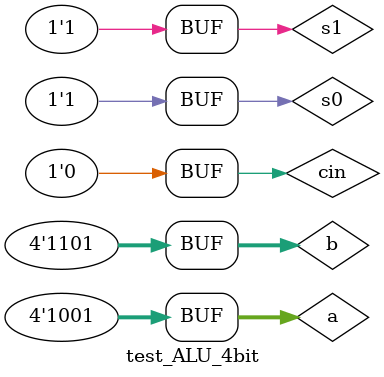
<source format=v>
module Full_adder_1bit (sum,cout,cin,x,y);

input x,y,cin;
output sum,cout;

wire w1,w2,w3;

xor (sum,x,y,cin);

and (w1,x,cin);
and (w2,y,cin);
and (w3,x,y);

or (cout,w1,w2,w3);

endmodule

module Full_adder_4bit (cin,x,y,sum,cout);

input cin;
input [3:0] x,y;
output cout;
output [3:0] sum;

Full_adder_1bit m0(.sum(sum[0]),.cout(w1),.cin(cin),.x(x[0]),.y(y[0]));
Full_adder_1bit m1(.sum(sum[1]),.cout(w2),.cin(w1),.x(x[1]),.y(y[1]));
Full_adder_1bit m2(.sum(sum[2]),.cout(w3),.cin(w2),.x(x[2]),.y(y[2]));
Full_adder_1bit m3(.sum(sum[3]),.cout(cout),.cin(w3),.x(x[3]),.y(y[3]));


endmodule

module mux_4x1 (i0,i1,i2,i3,s0,s1,out);

input i0,i1,i2,i3,s0,s1;
output out;

wire ns0,ns1,wi0,wi1,wi2,wi3;

not(ns0,s0);
not(ns1,s1);

and(wi0,i0,ns0,ns1);

and(wi1,i1,s0,ns1);

and(wi2,i2,ns0,s1);

and(wi3,i3,s0,s1);

or (out,wi0,wi1,wi2,wi3);

endmodule

module mux_4x1_4bit (i0,i1,i2,i3,s0,s1,out);

input [3:0] i0,i1,i2,i3;
input s0,s1;

output [3:0] out;

mux_4x1 m0(.i0(i0[0]),.i1(i1[0]),.i2(i2[0]),.i3(i3[0]),.s0(s0),.s1(s1),.out(out[0]));
mux_4x1 m1(.i0(i0[1]),.i1(i1[1]),.i2(i2[1]),.i3(i3[1]),.s0(s0),.s1(s1),.out(out[1]));
mux_4x1 m2(.i0(i0[2]),.i1(i1[2]),.i2(i2[2]),.i3(i3[2]),.s0(s0),.s1(s1),.out(out[2]));
mux_4x1 m3(.i0(i0[3]),.i1(i1[3]),.i2(i2[3]),.i3(i3[3]),.s0(s0),.s1(s1),.out(out[3]));

endmodule

module ALU (a, b, cin, s0, s1, out, cout);

input  [3:0] a,b;
input  s0, s1,cin;
output [3:0] out;
output cout;

wire [3:0] wsum,wxor,woor,wnot;
  
Full_adder_4bit full (.cin(cin),.x(a),.y(b),.sum(wsum),.cout(cout));
 
xor(wxor[0],a[0],b[0]);
xor(wxor[1],a[1],b[1]);
xor(wxor[2],a[2],b[2]);
xor(wxor[3],a[3],b[3]);

or(woor[0],a[0],b[0]);
or(woor[1],a[1],b[1]);
or(woor[2],a[2],b[2]);
or(woor[3],a[3],b[3]);

not(wnot[0],a[0]);
not(wnot[1],a[1]);
not(wnot[2],a[2]);
not(wnot[3],a[3]);

mux_4x1_4bit m0(.i0(wsum),.i1(wxor),.i2(woor),.i3(wnot),.s0(s0),.s1(s1),.out(out));

endmodule


 module test_ALU_4bit;
   reg [3:0]a,b;
   reg cin,s0,s1;
   wire [3:0]out;
   wire cout;
   
   
   ALU full(.a(a),.b(b),.cin(cin),.s0(s0),.s1(s1),.out(out),.cout(cout));
   
   initial begin 
     a=4'b1001;b=4'b1101;cin=1'b0;s0=1'b0;s1=1'b0;
     #20
     a=4'b1001;b=4'b1101;cin=1'b0;s0=1'b1;s1=1'b0;
     #20
     a=4'b1001;b=4'b1101;cin=1'b0;s0=1'b0;s1=1'b1;
     #20
     a=4'b1001;b=4'b1101;cin=1'b0;s0=1'b1;s1=1'b1;
     
end
endmodule

</source>
